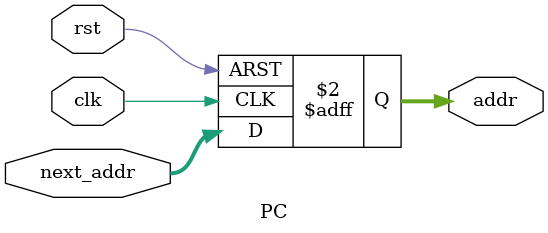
<source format=v>
`timescale 1ns / 1ps

module PC(
    input clk,rst,
    input [31:0] next_addr,
    output reg[31:0] addr
    );

    always @(posedge clk,posedge rst) begin
        if(rst)
            addr <= 0;
        else
            addr <= next_addr;
    end

endmodule

</source>
